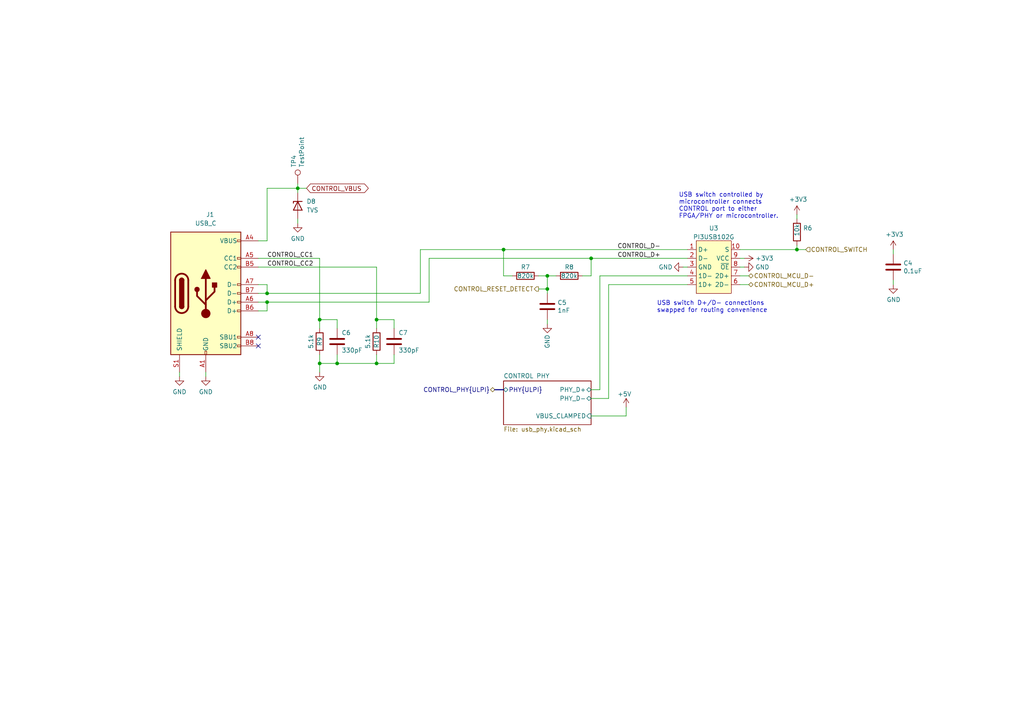
<source format=kicad_sch>
(kicad_sch (version 20230121) (generator eeschema)
  (paper "A4")
  (title_block (title "URTI Mainboard") (date "${DATE}") (rev "${VERSION}") (company "Copyright 2023 Great Scott Gadgets") (comment 1 "Licensed under the CERN-OHL-P v2"))
  (lib_symbols
    (symbol "Connector:TestPoint" (pin_numbers hide) (pin_names (offset 0.762) hide)
      (property "Reference" "TP" (at 0 6.858 0))
      (property "Value" "TestPoint" (at 0 5.08 0))
      (symbol "TestPoint_0_1"
        (circle (center 0 3.302) (radius 0.762))
      )
      (symbol "TestPoint_1_1"
        (pin passive line (at 0 0 90) (length 2.54) (name "1") (number "1"))
      )
    )
    (symbol "Connector:USB_C_Receptacle_USB2.0" (pin_names (offset 1.016))
      (property "Reference" "J" (at -10.16 19.05 0))
      (property "Value" "USB_C_Receptacle_USB2.0" (at 19.05 19.05 0))
      (symbol "USB_C_Receptacle_USB2.0_0_0"
        (rectangle (start -0.254 -17.78) (end 0.254 -16.764))
        (rectangle (start 10.16 -14.986) (end 9.144 -15.494))
        (rectangle (start 10.16 -12.446) (end 9.144 -12.954))
        (rectangle (start 10.16 -4.826) (end 9.144 -5.334))
        (rectangle (start 10.16 -2.286) (end 9.144 -2.794))
        (rectangle (start 10.16 0.254) (end 9.144 -0.254))
        (rectangle (start 10.16 2.794) (end 9.144 2.286))
        (rectangle (start 10.16 7.874) (end 9.144 7.366))
        (rectangle (start 10.16 10.414) (end 9.144 9.906))
        (rectangle (start 10.16 15.494) (end 9.144 14.986))
      )
      (symbol "USB_C_Receptacle_USB2.0_0_1"
        (rectangle (start -10.16 17.78) (end 10.16 -17.78) (stroke (width 0.254)) (fill (type background)))
        (arc (start -8.89 -3.81) (mid -6.985 -5.7067) (end -5.08 -3.81) (stroke (width 0.508)))
        (arc (start -7.62 -3.81) (mid -6.985 -4.4423) (end -6.35 -3.81) (stroke (width 0.254)))
        (arc (start -7.62 -3.81) (mid -6.985 -4.4423) (end -6.35 -3.81) (stroke (width 0.254)) (fill (type outline)))
        (rectangle (start -7.62 -3.81) (end -6.35 3.81) (stroke (width 0.254)) (fill (type outline)))
        (arc (start -6.35 3.81) (mid -6.985 4.4423) (end -7.62 3.81) (stroke (width 0.254)))
        (arc (start -6.35 3.81) (mid -6.985 4.4423) (end -7.62 3.81) (stroke (width 0.254)) (fill (type outline)))
        (arc (start -5.08 3.81) (mid -6.985 5.7067) (end -8.89 3.81) (stroke (width 0.508)))
        (circle (center -2.54 1.143) (radius 0.635) (stroke (width 0.254)) (fill (type outline)))
        (circle (center 0 -5.842) (radius 1.27) (fill (type outline)))
        (polyline (pts (xy -8.89 -3.81) (xy -8.89 3.81)) (stroke (width 0.508)))
        (polyline (pts (xy -5.08 3.81) (xy -5.08 -3.81)) (stroke (width 0.508)))
        (polyline (pts (xy 0 -5.842) (xy 0 4.318)) (stroke (width 0.508)))
        (polyline (pts (xy 0 -3.302) (xy -2.54 -0.762) (xy -2.54 0.508)) (stroke (width 0.508)))
        (polyline (pts (xy 0 -2.032) (xy 2.54 0.508) (xy 2.54 1.778)) (stroke (width 0.508)))
        (polyline (pts (xy -1.27 4.318) (xy 0 6.858) (xy 1.27 4.318) (xy -1.27 4.318)) (stroke (width 0.254)) (fill (type outline)))
        (rectangle (start 1.905 1.778) (end 3.175 3.048) (stroke (width 0.254)) (fill (type outline)))
      )
      (symbol "USB_C_Receptacle_USB2.0_1_1"
        (pin passive line (at 0 -22.86 90) (length 5.08) (name "GND") (number "A1"))
        (pin passive line (at 0 -22.86 90) (length 5.08) hide (name "GND") (number "A12"))
        (pin passive line (at 15.24 15.24 180) (length 5.08) (name "VBUS") (number "A4"))
        (pin bidirectional line (at 15.24 10.16 180) (length 5.08) (name "CC1") (number "A5"))
        (pin bidirectional line (at 15.24 -2.54 180) (length 5.08) (name "D+") (number "A6"))
        (pin bidirectional line (at 15.24 2.54 180) (length 5.08) (name "D-") (number "A7"))
        (pin bidirectional line (at 15.24 -12.7 180) (length 5.08) (name "SBU1") (number "A8"))
        (pin passive line (at 15.24 15.24 180) (length 5.08) hide (name "VBUS") (number "A9"))
        (pin passive line (at 0 -22.86 90) (length 5.08) hide (name "GND") (number "B1"))
        (pin passive line (at 0 -22.86 90) (length 5.08) hide (name "GND") (number "B12"))
        (pin passive line (at 15.24 15.24 180) (length 5.08) hide (name "VBUS") (number "B4"))
        (pin bidirectional line (at 15.24 7.62 180) (length 5.08) (name "CC2") (number "B5"))
        (pin bidirectional line (at 15.24 -5.08 180) (length 5.08) (name "D+") (number "B6"))
        (pin bidirectional line (at 15.24 0 180) (length 5.08) (name "D-") (number "B7"))
        (pin bidirectional line (at 15.24 -15.24 180) (length 5.08) (name "SBU2") (number "B8"))
        (pin passive line (at 15.24 15.24 180) (length 5.08) hide (name "VBUS") (number "B9"))
        (pin passive line (at -7.62 -22.86 90) (length 5.08) (name "SHIELD") (number "S1"))
      )
    )
    (symbol "Device:C" (pin_numbers hide) (pin_names (offset 0.254))
      (property "Reference" "C" (at 0.635 2.54 0))
      (property "Value" "C" (at 0.635 -2.54 0))
      (symbol "C_0_1"
        (polyline (pts (xy -2.032 -0.762) (xy 2.032 -0.762)) (stroke (width 0.508)))
        (polyline (pts (xy -2.032 0.762) (xy 2.032 0.762)) (stroke (width 0.508)))
      )
      (symbol "C_1_1"
        (pin passive line (at 0 3.81 270) (length 2.794) (name "~") (number "1"))
        (pin passive line (at 0 -3.81 90) (length 2.794) (name "~") (number "2"))
      )
    )
    (symbol "Device:D_Zener" (pin_numbers hide) (pin_names (offset 1.016) hide)
      (property "Reference" "D" (at 0 2.54 0))
      (property "Value" "D_Zener" (at 0 -2.54 0))
      (symbol "D_Zener_0_1"
        (polyline (pts (xy 1.27 0) (xy -1.27 0)))
        (polyline (pts (xy -1.27 -1.27) (xy -1.27 1.27) (xy -0.762 1.27)) (stroke (width 0.254)))
        (polyline (pts (xy 1.27 -1.27) (xy 1.27 1.27) (xy -1.27 0) (xy 1.27 -1.27)) (stroke (width 0.254)))
      )
      (symbol "D_Zener_1_1"
        (pin passive line (at -3.81 0 0) (length 2.54) (name "K") (number "1"))
        (pin passive line (at 3.81 0 180) (length 2.54) (name "A") (number "2"))
      )
    )
    (symbol "Device:R" (pin_numbers hide) (pin_names (offset 0))
      (property "Reference" "R" (at 2.032 0 90))
      (property "Value" "R" (at 0 0 90))
      (symbol "R_0_1"
        (rectangle (start -1.016 -2.54) (end 1.016 2.54) (stroke (width 0.254)))
      )
      (symbol "R_1_1"
        (pin passive line (at 0 3.81 270) (length 1.27) (name "~") (number "1"))
        (pin passive line (at 0 -3.81 90) (length 1.27) (name "~") (number "2"))
      )
    )
    (symbol "TC7USB42MU_1"
      (property "Reference" "U" (at 0 8.89 0))
      (property "Value" "TC7USB42MU_1" (at 0 -8.89 0))
      (symbol "TC7USB42MU_1_0_1"
        (rectangle (start -5.08 7.62) (end 5.08 -7.62) (stroke (width 0.1524)) (fill (type background)))
      )
      (symbol "TC7USB42MU_1_1_1"
        (pin bidirectional line (at -7.62 5.08 0) (length 2.54) (name "D+") (number "1"))
        (pin input line (at 7.62 5.08 180) (length 2.54) (name "S") (number "10"))
        (pin bidirectional line (at -7.62 2.54 0) (length 2.54) (name "D-") (number "2"))
        (pin power_in line (at -7.62 0 0) (length 2.54) (name "GND") (number "3"))
        (pin bidirectional line (at -7.62 -2.54 0) (length 2.54) (name "1D-") (number "4"))
        (pin bidirectional line (at -7.62 -5.08 0) (length 2.54) (name "1D+") (number "5"))
        (pin bidirectional line (at 7.62 -5.08 180) (length 2.54) (name "2D-") (number "6"))
        (pin bidirectional line (at 7.62 -2.54 180) (length 2.54) (name "2D+") (number "7"))
        (pin input line (at 7.62 0 180) (length 2.54) (name "~{OE}") (number "8"))
        (pin power_in line (at 7.62 2.54 180) (length 2.54) (name "VCC") (number "9"))
      )
    )
    (symbol "power:+3V3" (power) (pin_names (offset 0))
      (property "Value" "+3V3" (at 0 3.556 0))
      (symbol "+3V3_0_1"
        (polyline (pts (xy -0.762 1.27) (xy 0 2.54)))
        (polyline (pts (xy 0 0) (xy 0 2.54)))
        (polyline (pts (xy 0 2.54) (xy 0.762 1.27)))
      )
      (symbol "+3V3_1_1"
        (pin power_in line (at 0 0 90) (length 0) hide (name "+3V3") (number "1"))
      )
    )
    (symbol "power:+5V" (power) (pin_names (offset 0))
      (property "Value" "+5V" (at 0 3.556 0))
      (symbol "+5V_0_1"
        (polyline (pts (xy -0.762 1.27) (xy 0 2.54)))
        (polyline (pts (xy 0 0) (xy 0 2.54)))
        (polyline (pts (xy 0 2.54) (xy 0.762 1.27)))
      )
      (symbol "+5V_1_1"
        (pin power_in line (at 0 0 90) (length 0) hide (name "+5V") (number "1"))
      )
    )
    (symbol "power:GND" (power) (pin_names (offset 0))
      (property "Value" "GND" (at 0 -3.81 0))
      (symbol "GND_0_1"
        (polyline (pts (xy 0 0) (xy 0 -1.27) (xy 1.27 -1.27) (xy 0 -2.54) (xy -1.27 -1.27) (xy 0 -1.27)))
      )
      (symbol "GND_1_1"
        (pin power_in line (at 0 0 270) (length 0) hide (name "GND") (number "1"))
      )
    )
  )
  (junction (at 158.75 80.01))
  (junction (at 92.71 92.71))
  (junction (at 77.47 85.09))
  (junction (at 97.79 105.41))
  (junction (at 109.22 92.71))
  (junction (at 77.47 87.63))
  (junction (at 92.71 105.41))
  (junction (at 171.45 74.93))
  (junction (at 231.14 72.39))
  (junction (at 158.75 83.82))
  (junction (at 146.05 72.39))
  (junction (at 109.22 105.41))
  (junction (at 86.36 54.61))
  (no_connect (at 74.93 100.33))
  (no_connect (at 74.93 97.79))
  (wire (pts (xy 121.92 85.09) (xy 121.92 72.39)))
  (wire (pts (xy 86.36 53.34) (xy 86.36 54.61)))
  (wire (pts (xy 52.07 107.95) (xy 52.07 109.22)))
  (wire (pts (xy 86.36 54.61) (xy 86.36 55.88)))
  (wire (pts (xy 77.47 69.85) (xy 74.93 69.85)))
  (wire (pts (xy 171.45 115.57) (xy 176.53 115.57)))
  (wire (pts (xy 86.36 54.61) (xy 88.9 54.61)))
  (wire (pts (xy 231.14 62.23) (xy 231.14 63.5)))
  (wire (pts (xy 231.14 72.39) (xy 214.63 72.39)))
  (wire (pts (xy 214.63 77.47) (xy 215.9 77.47)))
  (wire (pts (xy 74.93 77.47) (xy 109.22 77.47)))
  (wire (pts (xy 114.3 105.41) (xy 109.22 105.41)))
  (wire (pts (xy 176.53 115.57) (xy 176.53 82.55)))
  (wire (pts (xy 77.47 54.61) (xy 86.36 54.61)))
  (wire (pts (xy 92.71 95.25) (xy 92.71 92.71)))
  (wire (pts (xy 158.75 80.01) (xy 161.29 80.01)))
  (wire (pts (xy 121.92 72.39) (xy 146.05 72.39)))
  (wire (pts (xy 109.22 77.47) (xy 109.22 92.71)))
  (wire (pts (xy 97.79 102.87) (xy 97.79 105.41)))
  (wire (pts (xy 114.3 95.25) (xy 114.3 92.71)))
  (wire (pts (xy 158.75 83.82) (xy 156.21 83.82)))
  (wire (pts (xy 74.93 85.09) (xy 77.47 85.09)))
  (wire (pts (xy 199.39 74.93) (xy 171.45 74.93)))
  (wire (pts (xy 158.75 83.82) (xy 158.75 85.09)))
  (wire (pts (xy 259.08 81.28) (xy 259.08 82.55)))
  (bus (pts (xy 143.51 113.03) (xy 146.05 113.03)))
  (wire (pts (xy 171.45 80.01) (xy 168.91 80.01)))
  (wire (pts (xy 92.71 105.41) (xy 92.71 107.95)))
  (wire (pts (xy 146.05 72.39) (xy 199.39 72.39)))
  (wire (pts (xy 173.99 80.01) (xy 199.39 80.01)))
  (wire (pts (xy 171.45 74.93) (xy 171.45 80.01)))
  (wire (pts (xy 198.12 77.47) (xy 199.39 77.47)))
  (wire (pts (xy 92.71 74.93) (xy 92.71 92.71)))
  (wire (pts (xy 74.93 82.55) (xy 77.47 82.55)))
  (wire (pts (xy 74.93 87.63) (xy 77.47 87.63)))
  (wire (pts (xy 214.63 82.55) (xy 217.17 82.55)))
  (wire (pts (xy 259.08 72.39) (xy 259.08 73.66)))
  (wire (pts (xy 121.92 85.09) (xy 77.47 85.09)))
  (wire (pts (xy 181.61 118.11) (xy 181.61 120.65)))
  (wire (pts (xy 77.47 82.55) (xy 77.47 85.09)))
  (wire (pts (xy 97.79 95.25) (xy 97.79 92.71)))
  (wire (pts (xy 74.93 74.93) (xy 92.71 74.93)))
  (wire (pts (xy 77.47 87.63) (xy 77.47 90.17)))
  (wire (pts (xy 124.46 87.63) (xy 77.47 87.63)))
  (wire (pts (xy 92.71 102.87) (xy 92.71 105.41)))
  (wire (pts (xy 176.53 82.55) (xy 199.39 82.55)))
  (wire (pts (xy 124.46 74.93) (xy 124.46 87.63)))
  (wire (pts (xy 97.79 105.41) (xy 109.22 105.41)))
  (wire (pts (xy 156.21 80.01) (xy 158.75 80.01)))
  (wire (pts (xy 59.69 107.95) (xy 59.69 109.22)))
  (wire (pts (xy 92.71 105.41) (xy 97.79 105.41)))
  (wire (pts (xy 114.3 92.71) (xy 109.22 92.71)))
  (wire (pts (xy 86.36 63.5) (xy 86.36 64.77)))
  (wire (pts (xy 215.9 74.93) (xy 214.63 74.93)))
  (wire (pts (xy 158.75 92.71) (xy 158.75 93.98)))
  (wire (pts (xy 114.3 102.87) (xy 114.3 105.41)))
  (wire (pts (xy 92.71 92.71) (xy 97.79 92.71)))
  (wire (pts (xy 146.05 72.39) (xy 146.05 80.01)))
  (wire (pts (xy 231.14 72.39) (xy 233.68 72.39)))
  (wire (pts (xy 146.05 80.01) (xy 148.59 80.01)))
  (wire (pts (xy 109.22 105.41) (xy 109.22 102.87)))
  (wire (pts (xy 181.61 120.65) (xy 171.45 120.65)))
  (wire (pts (xy 231.14 71.12) (xy 231.14 72.39)))
  (wire (pts (xy 171.45 74.93) (xy 124.46 74.93)))
  (wire (pts (xy 109.22 95.25) (xy 109.22 92.71)))
  (wire (pts (xy 158.75 80.01) (xy 158.75 83.82)))
  (wire (pts (xy 77.47 90.17) (xy 74.93 90.17)))
  (wire (pts (xy 173.99 113.03) (xy 171.45 113.03)))
  (wire (pts (xy 217.17 80.01) (xy 214.63 80.01)))
  (wire (pts (xy 77.47 54.61) (xy 77.47 69.85)))
  (wire (pts (xy 173.99 80.01) (xy 173.99 113.03)))
  (text "USB switch controlled by \nmicrocontroller connects\nCONTROL port to either\nFPGA/PHY or microcontroller." (at 196.85 63.5 0) (effects (font (size 1.27 1.27)) (justify left bottom)))
  (text "USB switch D+/D- connections\nswapped for routing convenience" (at 190.5 90.805 0) (effects (font (size 1.27 1.27)) (justify left bottom)))
  (label "CONTROL_D-" (at 179.07 72.39 0))
  (label "CONTROL_CC1" (at 77.47 74.93 0))
  (label "CONTROL_D+" (at 179.07 74.93 0))
  (label "CONTROL_CC2" (at 77.47 77.47 0))
  (global_label "CONTROL_VBUS" (shape bidirectional) (at 88.9 54.61 0) (property "Intersheetrefs" "${INTERSHEET_REFS}" (effects hide)))
  (hierarchical_label "CONTROL_MCU_D+" (shape bidirectional) (at 217.17 82.55 0))
  (hierarchical_label "CONTROL_MCU_D-" (shape bidirectional) (at 217.17 80.01 0))
  (hierarchical_label "CONTROL_RESET_DETECT" (shape output) (at 156.21 83.82 180))
  (hierarchical_label "CONTROL_PHY{ULPI}" (shape bidirectional) (at 143.51 113.03 180))
  (hierarchical_label "CONTROL_SWITCH" (shape input) (at 233.68 72.39 0))
  (symbol (lib_id "power:+3V3") (at 259.08 72.39 0) (unit 1)
    (property "Reference" "#PWR033" (effects hide))
    (property "Value" "+3V3" (at 259.4356 67.9958 0))
  )
  (symbol (lib_id "power:GND") (at 259.08 82.55 0) (unit 1)
    (property "Reference" "#PWR037" (effects hide))
    (property "Value" "GND" (at 259.1816 86.9188 0))
  )
  (symbol (lib_id "power:GND") (at 92.71 107.95 0) (unit 1)
    (property "Reference" "#PWR039" (effects hide))
    (property "Value" "GND" (at 92.8116 112.3188 0))
  )
  (symbol (lib_id "Device:C") (at 114.3 99.06 0) (unit 1)
    (property "Reference" "C7" (at 115.57 96.52 0) (effects (justify left)))
    (property "Value" "330pF" (at 115.57 101.6 0) (effects (justify left)))
    (property "Footprint" "Capacitor_SMD:C_0402_1005Metric" (effects hide))
    (property "Part Number" "CL05C331JB5NNNC" (effects hide))
    (property "Substitution" "any equivalent" (effects hide))
    (property "Description" "CAP CER 330PF 50V C0G/NP0 0402" (effects hide))
    (property "Manufacturer" "Samsung" (effects hide))
  )
  (symbol (lib_id "Device:C") (at 97.79 99.06 0) (unit 1)
    (property "Reference" "C6" (at 99.06 96.52 0) (effects (justify left)))
    (property "Value" "330pF" (at 99.06 101.6 0) (effects (justify left)))
    (property "Footprint" "Capacitor_SMD:C_0402_1005Metric" (effects hide))
    (property "Part Number" "CL05C331JB5NNNC" (effects hide))
    (property "Substitution" "any equivalent" (effects hide))
    (property "Description" "CAP CER 330PF 50V C0G/NP0 0402" (effects hide))
    (property "Manufacturer" "Samsung" (effects hide))
  )
  (symbol (lib_id "Device:R") (at 92.71 99.06 0) (mirror x) (unit 1)
    (property "Reference" "R9" (at 92.71 99.06 90))
    (property "Value" "5.1k" (at 90.17 99.06 90))
    (property "Footprint" "Resistor_SMD:R_0402_1005Metric" (effects hide))
    (property "Part Number" "RC0402JR-075K1L" (effects hide))
    (property "Substitution" "any equivalent" (effects hide))
    (property "Description" "RES 5.1K OHM 5% 1/16W 0402" (effects hide))
    (property "Manufacturer" "Yageo" (effects hide))
  )
  (symbol (lib_id "Device:R") (at 109.22 99.06 0) (mirror x) (unit 1)
    (property "Reference" "R10" (at 109.22 99.06 90))
    (property "Value" "5.1k" (at 106.68 99.06 90))
    (property "Footprint" "Resistor_SMD:R_0402_1005Metric" (effects hide))
    (property "Part Number" "RC0402JR-075K1L" (effects hide))
    (property "Substitution" "any equivalent" (effects hide))
    (property "Description" "RES 5.1K OHM 5% 1/16W 0402" (effects hide))
    (property "Manufacturer" "Yageo" (effects hide))
  )
  (symbol (lib_id "power:GND") (at 52.07 109.22 0) (unit 1)
    (property "Reference" "#PWR040" (effects hide))
    (property "Value" "GND" (at 52.07 113.6634 0))
  )
  (symbol (lib_id "power:+3V3") (at 231.14 62.23 0) (unit 1)
    (property "Reference" "#PWR031" (effects hide))
    (property "Value" "+3V3" (at 231.4956 57.8358 0))
  )
  (symbol (lib_id "power:GND") (at 158.75 93.98 0) (unit 1)
    (property "Reference" "#PWR038" (effects hide))
    (property "Value" "GND" (at 158.75 99.06 90))
  )
  (symbol (lib_id "Device:C") (at 158.75 88.9 0) (unit 1)
    (property "Reference" "C5" (at 161.671 87.757 0) (effects (justify left)))
    (property "Value" "1nF" (at 161.671 90.043 0) (effects (justify left)))
    (property "Footprint" "Capacitor_SMD:C_0402_1005Metric" (effects hide))
    (property "Part Number" "CL05B102KB5NNNC" (effects hide))
    (property "Substitution" "any equivalent" (effects hide))
    (property "Description" "CAP CER 1000PF 50V X7R 0402" (effects hide))
    (property "Manufacturer" "Samsung" (effects hide))
  )
  (symbol (lib_id "power:+5V") (at 181.61 118.11 0) (unit 1)
    (property "Reference" "#PWR03" (effects hide))
    (property "Value" "+5V" (at 179.07 114.3 0) (effects (justify left)))
    (instances (project "mainboard" (path "" (reference "#PWR03") (unit 1)) (path "" (reference "#PWR042") (unit 1))))
  )
  (symbol (lib_name "TC7USB42MU_1") (lib_id "usb:TC7USB42MU") (at 207.01 77.47 0) (unit 1)
    (property "Reference" "U3" (at 207.01 66.201 0))
    (property "Value" "PI3USB102G" (at 207.01 68.7379 0))
    (property "Footprint" "mainboard:Diodes_10-TQFN_ZL" (effects hide))
    (property "Datasheet" "https://www.diodes.com/assets/Datasheets/PI3USB102G.pdf" (effects hide))
    (property "Manufacturer" "Diodes Inc." (effects hide))
    (property "Part Number" "PI3USB102GZLEX" (effects hide))
    (property "Description" "IC USB 2.0 SWITCH 2:1 10TQFN" (effects hide))
  )
  (symbol (lib_id "power:+3V3") (at 215.9 74.93 270) (unit 1)
    (property "Reference" "#PWR034" (effects hide))
    (property "Value" "+3V3" (at 219.075 74.93 90) (effects (justify left)))
  )
  (symbol (lib_id "power:GND") (at 215.9 77.47 90) (unit 1)
    (property "Reference" "#PWR036" (effects hide))
    (property "Value" "GND" (at 219.075 77.47 90) (effects (justify right)))
  )
  (symbol (lib_id "Device:R") (at 231.14 67.31 0) (unit 1)
    (property "Reference" "R6" (at 232.918 66.167 0) (effects (justify left)))
    (property "Value" "10k" (at 231.14 68.58 90) (effects (justify left)))
    (property "Footprint" "Resistor_SMD:R_0402_1005Metric" (effects hide))
    (property "Part Number" "RC0402JR-0710KL" (effects hide))
    (property "Substitution" "any equivalent" (effects hide))
    (property "Description" "RES 10K OHM 5% 1/16W 0402" (effects hide))
    (property "Manufacturer" "Yageo" (effects hide))
  )
  (symbol (lib_id "Device:R") (at 165.1 80.01 90) (unit 1)
    (property "Reference" "R8" (at 165.1 77.47 90))
    (property "Value" "820k" (at 165.1 80.01 90))
    (property "Footprint" "Resistor_SMD:R_0402_1005Metric" (effects hide))
    (property "Part Number" "RC0402JR-07820KL" (effects hide))
    (property "Substitution" "any equivalent" (effects hide))
    (property "Description" "RES 820K OHM 5% 1/16W 0402" (effects hide))
    (property "Manufacturer" "Yageo" (effects hide))
  )
  (symbol (lib_id "power:GND") (at 59.69 109.22 0) (unit 1)
    (property "Reference" "#PWR041" (effects hide))
    (property "Value" "GND" (at 59.69 113.6634 0))
  )
  (symbol (lib_id "Device:D_Zener") (at 86.36 59.69 90) (mirror x) (unit 1)
    (property "Reference" "D8" (at 88.9 58.42 90) (effects (justify right)))
    (property "Value" "TVS" (at 88.9 60.96 90) (effects (justify right)))
    (property "Footprint" "mainboard:DFN1006-2" (effects hide))
    (property "Datasheet" "https://assets.nexperia.com/documents/data-sheet/PESDXS1UL_SER.pdf" (effects hide))
    (property "Manufacturer" "Nexperia" (effects hide))
    (property "Part Number" "PESD36VS1UL,315" (effects hide))
    (property "Description" "TVS DIODE 36VWM 80VC DFN1006-2" (effects hide))
  )
  (symbol (lib_id "Connector:USB_C_Receptacle_USB2.0") (at 59.69 85.09 0) (unit 1)
    (property "Reference" "J1" (at 60.96 62.23 0))
    (property "Value" "USB_C" (at 59.69 64.77 0))
    (property "Footprint" "mainboard:USB_C_Receptacle_HRO_TYPE-C-31-M-12" (effects hide))
    (property "Description" "CONN RCPT USB2.0 TYPE-C 16POS" (effects hide))
    (property "Manufacturer" "DEALON" (effects hide))
    (property "Part Number" "USB-TYPE-C-019" (effects hide))
    (property "Substitution" "Yuandi TYPE-611A-T3" (effects hide))
  )
  (symbol (lib_id "power:GND") (at 198.12 77.47 270) (unit 1)
    (property "Reference" "#PWR035" (effects hide))
    (property "Value" "GND" (at 193.04 77.47 90))
  )
  (symbol (lib_id "Connector:TestPoint") (at 86.36 53.34 0) (unit 1) (in_bom no)
    (property "Reference" "TP4" (at 85.217 48.5902 90) (effects (justify left)))
    (property "Value" "TestPoint" (at 87.503 48.5902 90) (effects (justify left)))
    (property "Footprint" "TestPoint:TestPoint_Pad_D1.0mm" (effects hide))
  )
  (symbol (lib_id "power:GND") (at 86.36 64.77 0) (unit 1)
    (property "Reference" "#PWR032" (effects hide))
    (property "Value" "GND" (at 86.36 69.2134 0))
  )
  (symbol (lib_id "Device:R") (at 152.4 80.01 90) (unit 1)
    (property "Reference" "R7" (at 152.4 77.47 90))
    (property "Value" "820k" (at 152.4 80.01 90))
    (property "Footprint" "Resistor_SMD:R_0402_1005Metric" (effects hide))
    (property "Part Number" "RC0402JR-07820KL" (effects hide))
    (property "Substitution" "any equivalent" (effects hide))
    (property "Description" "RES 820K OHM 5% 1/16W 0402" (effects hide))
    (property "Manufacturer" "Yageo" (effects hide))
  )
  (symbol (lib_id "Device:C") (at 259.08 77.47 0) (unit 1)
    (property "Reference" "C4" (at 262.001 76.327 0) (effects (justify left)))
    (property "Value" "0.1uF" (at 262.001 78.613 0) (effects (justify left)))
    (property "Footprint" "Capacitor_SMD:C_0402_1005Metric" (effects hide))
    (property "Part Number" "CL05A104KA5NNNC" (effects hide))
    (property "Substitution" "any equivalent" (effects hide))
    (property "Description" "CAP CER 0.1UF 25V X5R 0402" (effects hide))
    (property "Manufacturer" "Samsung" (effects hide))
  )
  (sheet (at 146.05 110.49) (size 25.4 12.7) (stroke (width 0.1524))
    (property "Sheetname" "CONTROL PHY" (at 146.05 109.7784 0) (effects (justify left bottom)))
    (property "Sheetfile" "usb_phy.kicad_sch" (at 146.05 123.7746 0) (effects (justify left top)))
    (pin "PHY_D-" bidirectional (at 171.45 115.57 0))
    (pin "PHY_D+" bidirectional (at 171.45 113.03 0))
    (pin "PHY{ULPI}" bidirectional (at 146.05 113.03 180))
    (pin "VBUS_CLAMPED" input (at 171.45 120.65 0))
  )
)
</source>
